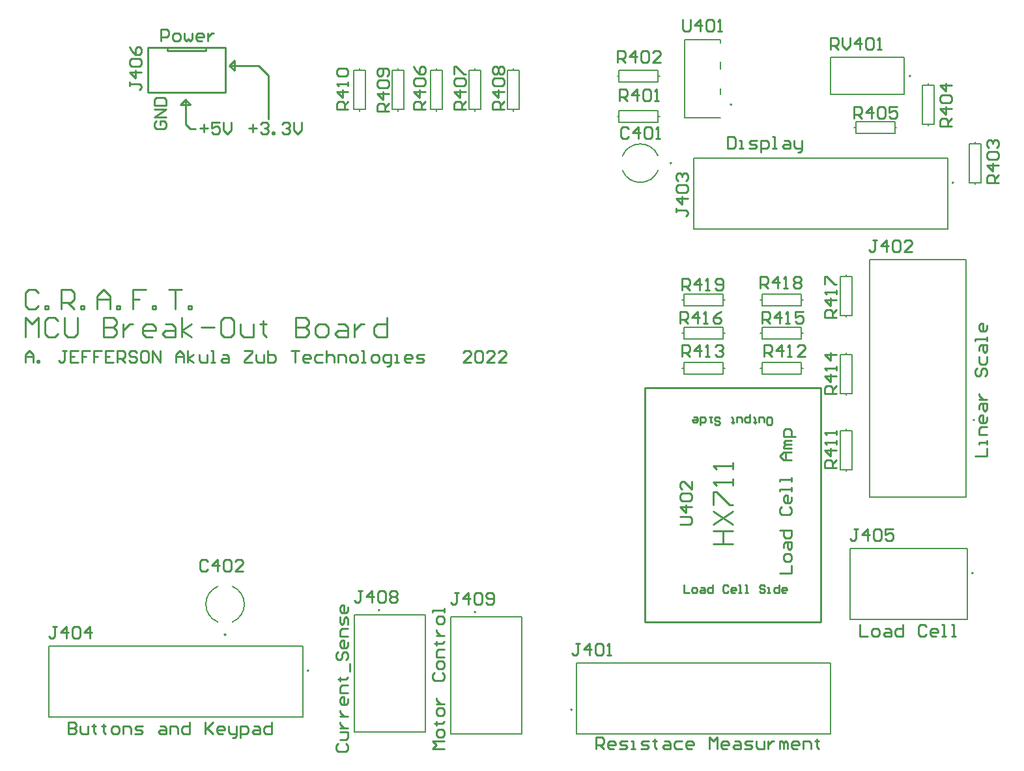
<source format=gto>
G04 Layer_Color=65535*
%FSLAX25Y25*%
%MOIN*%
G70*
G01*
G75*
%ADD11C,0.01000*%
%ADD33C,0.00787*%
%ADD34C,0.00500*%
D11*
X515000Y295000D02*
X605000D01*
X515000Y175000D02*
Y295000D01*
Y175000D02*
X605000D01*
Y295000D01*
X277500Y440000D02*
X280000Y442500D01*
X277500Y440000D02*
X282500D01*
X280000Y442500D02*
X282500Y440000D01*
X305000Y457500D02*
Y462500D01*
X302500Y460000D02*
X305000Y457500D01*
X302500Y460000D02*
X305000Y462500D01*
X302500Y460000D02*
X317500D01*
X322500Y455000D01*
Y432500D02*
Y455000D01*
X280000Y435000D02*
Y442500D01*
Y432500D02*
Y435000D01*
Y430000D02*
Y432500D01*
Y430000D02*
X282500Y427500D01*
X285000D01*
X270669Y467520D02*
Y469095D01*
Y467520D02*
X290354D01*
Y469095D01*
X260827Y446260D02*
Y469095D01*
Y446260D02*
X300197D01*
Y469095D01*
X260827D02*
X300197D01*
X358002Y112499D02*
X357002Y111499D01*
Y109500D01*
X358002Y108500D01*
X362001D01*
X363000Y109500D01*
Y111499D01*
X362001Y112499D01*
X359002Y114498D02*
X362001D01*
X363000Y115498D01*
Y118497D01*
X359002D01*
Y120496D02*
X363000D01*
X361001D01*
X360001Y121496D01*
X359002Y122495D01*
Y123495D01*
Y126494D02*
X363000D01*
X361001D01*
X360001Y127494D01*
X359002Y128493D01*
Y129493D01*
X363000Y135491D02*
Y133492D01*
X362001Y132492D01*
X360001D01*
X359002Y133492D01*
Y135491D01*
X360001Y136491D01*
X361001D01*
Y132492D01*
X363000Y138490D02*
X359002D01*
Y141489D01*
X360001Y142489D01*
X363000D01*
X358002Y145488D02*
X359002D01*
Y144488D01*
Y146488D01*
Y145488D01*
X362001D01*
X363000Y146488D01*
X364000Y149487D02*
Y153485D01*
X358002Y159484D02*
X357002Y158484D01*
Y156484D01*
X358002Y155485D01*
X359002D01*
X360001Y156484D01*
Y158484D01*
X361001Y159484D01*
X362001D01*
X363000Y158484D01*
Y156484D01*
X362001Y155485D01*
X363000Y164482D02*
Y162483D01*
X362001Y161483D01*
X360001D01*
X359002Y162483D01*
Y164482D01*
X360001Y165482D01*
X361001D01*
Y161483D01*
X363000Y167481D02*
X359002D01*
Y170480D01*
X360001Y171480D01*
X363000D01*
Y173479D02*
Y176478D01*
X362001Y177478D01*
X361001Y176478D01*
Y174479D01*
X360001Y173479D01*
X359002Y174479D01*
Y177478D01*
X363000Y182476D02*
Y180477D01*
X362001Y179477D01*
X360001D01*
X359002Y180477D01*
Y182476D01*
X360001Y183476D01*
X361001D01*
Y179477D01*
X204664Y343727D02*
X202998Y345393D01*
X199666D01*
X198000Y343727D01*
Y337062D01*
X199666Y335396D01*
X202998D01*
X204664Y337062D01*
X207997Y335396D02*
Y337062D01*
X209663D01*
Y335396D01*
X207997D01*
X216327D02*
Y345393D01*
X221326D01*
X222992Y343727D01*
Y340394D01*
X221326Y338728D01*
X216327D01*
X219660D02*
X222992Y335396D01*
X226324D02*
Y337062D01*
X227990D01*
Y335396D01*
X226324D01*
X234655D02*
Y342061D01*
X237987Y345393D01*
X241319Y342061D01*
Y335396D01*
Y340394D01*
X234655D01*
X244652Y335396D02*
Y337062D01*
X246318D01*
Y335396D01*
X244652D01*
X259647Y345393D02*
X252982D01*
Y340394D01*
X256314D01*
X252982D01*
Y335396D01*
X262979D02*
Y337062D01*
X264645D01*
Y335396D01*
X262979D01*
X271310Y345393D02*
X277974D01*
X274642D01*
Y335396D01*
X281306D02*
Y337062D01*
X282973D01*
Y335396D01*
X281306D01*
X198000Y321000D02*
Y330997D01*
X201332Y327664D01*
X204664Y330997D01*
Y321000D01*
X214661Y329331D02*
X212995Y330997D01*
X209663D01*
X207997Y329331D01*
Y322666D01*
X209663Y321000D01*
X212995D01*
X214661Y322666D01*
X217993Y330997D02*
Y322666D01*
X219660Y321000D01*
X222992D01*
X224658Y322666D01*
Y330997D01*
X237987D02*
Y321000D01*
X242986D01*
X244652Y322666D01*
Y324332D01*
X242986Y325998D01*
X237987D01*
X242986D01*
X244652Y327664D01*
Y329331D01*
X242986Y330997D01*
X237987D01*
X247984Y327664D02*
Y321000D01*
Y324332D01*
X249650Y325998D01*
X251316Y327664D01*
X252982D01*
X262979Y321000D02*
X259647D01*
X257981Y322666D01*
Y325998D01*
X259647Y327664D01*
X262979D01*
X264645Y325998D01*
Y324332D01*
X257981D01*
X269643Y327664D02*
X272976D01*
X274642Y325998D01*
Y321000D01*
X269643D01*
X267977Y322666D01*
X269643Y324332D01*
X274642D01*
X277974Y321000D02*
Y330997D01*
Y324332D02*
X282973Y327664D01*
X277974Y324332D02*
X282973Y321000D01*
X287971Y325998D02*
X294635D01*
X302966Y330997D02*
X299634D01*
X297968Y329331D01*
Y322666D01*
X299634Y321000D01*
X302966D01*
X304632Y322666D01*
Y329331D01*
X302966Y330997D01*
X307964Y327664D02*
Y322666D01*
X309631Y321000D01*
X314629D01*
Y327664D01*
X319627Y329331D02*
Y327664D01*
X317961D01*
X321293D01*
X319627D01*
Y322666D01*
X321293Y321000D01*
X336289Y330997D02*
Y321000D01*
X341287D01*
X342953Y322666D01*
Y324332D01*
X341287Y325998D01*
X336289D01*
X341287D01*
X342953Y327664D01*
Y329331D01*
X341287Y330997D01*
X336289D01*
X347952Y321000D02*
X351284D01*
X352950Y322666D01*
Y325998D01*
X351284Y327664D01*
X347952D01*
X346285Y325998D01*
Y322666D01*
X347952Y321000D01*
X357948Y327664D02*
X361281D01*
X362947Y325998D01*
Y321000D01*
X357948D01*
X356282Y322666D01*
X357948Y324332D01*
X362947D01*
X366279Y327664D02*
Y321000D01*
Y324332D01*
X367945Y325998D01*
X369611Y327664D01*
X371277D01*
X382940Y330997D02*
Y321000D01*
X377942D01*
X376276Y322666D01*
Y325998D01*
X377942Y327664D01*
X382940D01*
X534200Y483698D02*
Y478700D01*
X535200Y477700D01*
X537199D01*
X538199Y478700D01*
Y483698D01*
X543197Y477700D02*
Y483698D01*
X540198Y480699D01*
X544197D01*
X546196Y482698D02*
X547196Y483698D01*
X549195D01*
X550195Y482698D01*
Y478700D01*
X549195Y477700D01*
X547196D01*
X546196Y478700D01*
Y482698D01*
X552194Y477700D02*
X554193D01*
X553194D01*
Y483698D01*
X552194Y482698D01*
X610100Y468300D02*
Y474298D01*
X613099D01*
X614099Y473298D01*
Y471299D01*
X613099Y470299D01*
X610100D01*
X612099D02*
X614099Y468300D01*
X616098Y474298D02*
Y470299D01*
X618097Y468300D01*
X620097Y470299D01*
Y474298D01*
X625095Y468300D02*
Y474298D01*
X622096Y471299D01*
X626095D01*
X628094Y473298D02*
X629094Y474298D01*
X631093D01*
X632093Y473298D01*
Y469300D01*
X631093Y468300D01*
X629094D01*
X628094Y469300D01*
Y473298D01*
X634092Y468300D02*
X636092D01*
X635092D01*
Y474298D01*
X634092Y473298D01*
X363189Y437756D02*
X357191D01*
Y440755D01*
X358191Y441755D01*
X360190D01*
X361190Y440755D01*
Y437756D01*
Y439755D02*
X363189Y441755D01*
Y446753D02*
X357191D01*
X360190Y443754D01*
Y447753D01*
X363189Y449752D02*
Y451751D01*
Y450752D01*
X357191D01*
X358191Y449752D01*
Y454750D02*
X357191Y455750D01*
Y457749D01*
X358191Y458749D01*
X362189D01*
X363189Y457749D01*
Y455750D01*
X362189Y454750D01*
X358191D01*
X383858Y436535D02*
X377860D01*
Y439535D01*
X378860Y440534D01*
X380859D01*
X381859Y439535D01*
Y436535D01*
Y438535D02*
X383858Y440534D01*
Y445533D02*
X377860D01*
X380859Y442533D01*
Y446532D01*
X378860Y448532D02*
X377860Y449531D01*
Y451531D01*
X378860Y452530D01*
X382859D01*
X383858Y451531D01*
Y449531D01*
X382859Y448532D01*
X378860D01*
X382859Y454530D02*
X383858Y455529D01*
Y457529D01*
X382859Y458528D01*
X378860D01*
X377860Y457529D01*
Y455529D01*
X378860Y454530D01*
X379860D01*
X380859Y455529D01*
Y458528D01*
X442913Y437520D02*
X436915D01*
Y440519D01*
X437915Y441518D01*
X439914D01*
X440914Y440519D01*
Y437520D01*
Y439519D02*
X442913Y441518D01*
Y446517D02*
X436915D01*
X439914Y443518D01*
Y447516D01*
X437915Y449516D02*
X436915Y450516D01*
Y452515D01*
X437915Y453514D01*
X441914D01*
X442913Y452515D01*
Y450516D01*
X441914Y449516D01*
X437915D01*
Y455514D02*
X436915Y456514D01*
Y458513D01*
X437915Y459513D01*
X438915D01*
X439914Y458513D01*
X440914Y459513D01*
X441914D01*
X442913Y458513D01*
Y456514D01*
X441914Y455514D01*
X440914D01*
X439914Y456514D01*
X438915Y455514D01*
X437915D01*
X439914Y456514D02*
Y458513D01*
X423228Y437756D02*
X417230D01*
Y440755D01*
X418230Y441755D01*
X420229D01*
X421229Y440755D01*
Y437756D01*
Y439755D02*
X423228Y441755D01*
Y446753D02*
X417230D01*
X420229Y443754D01*
Y447753D01*
X418230Y449752D02*
X417230Y450752D01*
Y452751D01*
X418230Y453751D01*
X422229D01*
X423228Y452751D01*
Y450752D01*
X422229Y449752D01*
X418230D01*
X417230Y455750D02*
Y459749D01*
X418230D01*
X422229Y455750D01*
X423228D01*
X402559Y437520D02*
X396561D01*
Y440519D01*
X397561Y441518D01*
X399560D01*
X400560Y440519D01*
Y437520D01*
Y439519D02*
X402559Y441518D01*
Y446517D02*
X396561D01*
X399560Y443518D01*
Y447516D01*
X397561Y449516D02*
X396561Y450516D01*
Y452515D01*
X397561Y453514D01*
X401559D01*
X402559Y452515D01*
Y450516D01*
X401559Y449516D01*
X397561D01*
X396561Y459513D02*
X397561Y457513D01*
X399560Y455514D01*
X401559D01*
X402559Y456514D01*
Y458513D01*
X401559Y459513D01*
X400560D01*
X399560Y458513D01*
Y455514D01*
X622000Y433000D02*
Y438998D01*
X624999D01*
X625999Y437998D01*
Y435999D01*
X624999Y434999D01*
X622000D01*
X623999D02*
X625999Y433000D01*
X630997D02*
Y438998D01*
X627998Y435999D01*
X631997D01*
X633996Y437998D02*
X634996Y438998D01*
X636995D01*
X637995Y437998D01*
Y434000D01*
X636995Y433000D01*
X634996D01*
X633996Y434000D01*
Y437998D01*
X643993Y438998D02*
X639994D01*
Y435999D01*
X641994Y436999D01*
X642993D01*
X643993Y435999D01*
Y434000D01*
X642993Y433000D01*
X640994D01*
X639994Y434000D01*
X672000Y429000D02*
X666002D01*
Y431999D01*
X667002Y432999D01*
X669001D01*
X670001Y431999D01*
Y429000D01*
Y430999D02*
X672000Y432999D01*
Y437997D02*
X666002D01*
X669001Y434998D01*
Y438997D01*
X667002Y440996D02*
X666002Y441996D01*
Y443995D01*
X667002Y444995D01*
X671000D01*
X672000Y443995D01*
Y441996D01*
X671000Y440996D01*
X667002D01*
X672000Y449993D02*
X666002D01*
X669001Y446994D01*
Y450993D01*
X696000Y400000D02*
X690002D01*
Y402999D01*
X691002Y403999D01*
X693001D01*
X694001Y402999D01*
Y400000D01*
Y401999D02*
X696000Y403999D01*
Y408997D02*
X690002D01*
X693001Y405998D01*
Y409997D01*
X691002Y411996D02*
X690002Y412996D01*
Y414995D01*
X691002Y415995D01*
X695000D01*
X696000Y414995D01*
Y412996D01*
X695000Y411996D01*
X691002D01*
Y417994D02*
X690002Y418994D01*
Y420993D01*
X691002Y421993D01*
X692001D01*
X693001Y420993D01*
Y419993D01*
Y420993D01*
X694001Y421993D01*
X695000D01*
X696000Y420993D01*
Y418994D01*
X695000Y417994D01*
X500984Y461614D02*
Y467612D01*
X503983D01*
X504983Y466613D01*
Y464613D01*
X503983Y463614D01*
X500984D01*
X502984D02*
X504983Y461614D01*
X509981D02*
Y467612D01*
X506982Y464613D01*
X510981D01*
X512980Y466613D02*
X513980Y467612D01*
X515979D01*
X516979Y466613D01*
Y462614D01*
X515979Y461614D01*
X513980D01*
X512980Y462614D01*
Y466613D01*
X522977Y461614D02*
X518978D01*
X522977Y465613D01*
Y466613D01*
X521978Y467612D01*
X519978D01*
X518978Y466613D01*
X501968Y441929D02*
Y447927D01*
X504967D01*
X505967Y446927D01*
Y444928D01*
X504967Y443928D01*
X501968D01*
X503968D02*
X505967Y441929D01*
X510966D02*
Y447927D01*
X507967Y444928D01*
X511965D01*
X513965Y446927D02*
X514964Y447927D01*
X516964D01*
X517963Y446927D01*
Y442929D01*
X516964Y441929D01*
X514964D01*
X513965Y442929D01*
Y446927D01*
X519963Y441929D02*
X521962D01*
X520962D01*
Y447927D01*
X519963Y446927D01*
X291472Y205820D02*
X290472Y206819D01*
X288473D01*
X287473Y205820D01*
Y201821D01*
X288473Y200821D01*
X290472D01*
X291472Y201821D01*
X296470Y200821D02*
Y206819D01*
X293471Y203820D01*
X297470D01*
X299469Y205820D02*
X300469Y206819D01*
X302468D01*
X303468Y205820D01*
Y201821D01*
X302468Y200821D01*
X300469D01*
X299469Y201821D01*
Y205820D01*
X309466Y200821D02*
X305467D01*
X309466Y204820D01*
Y205820D01*
X308466Y206819D01*
X306467D01*
X305467Y205820D01*
X506656Y427498D02*
X505656Y428498D01*
X503657D01*
X502658Y427498D01*
Y423500D01*
X503657Y422500D01*
X505656D01*
X506656Y423500D01*
X511655Y422500D02*
Y428498D01*
X508656Y425499D01*
X512654D01*
X514654Y427498D02*
X515653Y428498D01*
X517653D01*
X518652Y427498D01*
Y423500D01*
X517653Y422500D01*
X515653D01*
X514654Y423500D01*
Y427498D01*
X520652Y422500D02*
X522651D01*
X521651D01*
Y428498D01*
X520652Y427498D01*
X419599Y189798D02*
X417599D01*
X418599D01*
Y184800D01*
X417599Y183800D01*
X416600D01*
X415600Y184800D01*
X424597Y183800D02*
Y189798D01*
X421598Y186799D01*
X425597D01*
X427596Y188798D02*
X428596Y189798D01*
X430595D01*
X431595Y188798D01*
Y184800D01*
X430595Y183800D01*
X428596D01*
X427596Y184800D01*
Y188798D01*
X433594Y184800D02*
X434594Y183800D01*
X436593D01*
X437593Y184800D01*
Y188798D01*
X436593Y189798D01*
X434594D01*
X433594Y188798D01*
Y187799D01*
X434594Y186799D01*
X437593D01*
X370399Y190798D02*
X368399D01*
X369399D01*
Y185800D01*
X368399Y184800D01*
X367400D01*
X366400Y185800D01*
X375397Y184800D02*
Y190798D01*
X372398Y187799D01*
X376397D01*
X378396Y189798D02*
X379396Y190798D01*
X381395D01*
X382395Y189798D01*
Y185800D01*
X381395Y184800D01*
X379396D01*
X378396Y185800D01*
Y189798D01*
X384394D02*
X385394Y190798D01*
X387393D01*
X388393Y189798D01*
Y188799D01*
X387393Y187799D01*
X388393Y186799D01*
Y185800D01*
X387393Y184800D01*
X385394D01*
X384394Y185800D01*
Y186799D01*
X385394Y187799D01*
X384394Y188799D01*
Y189798D01*
X385394Y187799D02*
X387393D01*
X251502Y451499D02*
Y449499D01*
Y450499D01*
X256500D01*
X257500Y449499D01*
Y448500D01*
X256500Y447500D01*
X257500Y456497D02*
X251502D01*
X254501Y453498D01*
Y457497D01*
X252502Y459496D02*
X251502Y460496D01*
Y462495D01*
X252502Y463495D01*
X256500D01*
X257500Y462495D01*
Y460496D01*
X256500Y459496D01*
X252502D01*
X251502Y469493D02*
X252502Y467493D01*
X254501Y465494D01*
X256500D01*
X257500Y466494D01*
Y468493D01*
X256500Y469493D01*
X255501D01*
X254501Y468493D01*
Y465494D01*
X623899Y222598D02*
X621899D01*
X622899D01*
Y217600D01*
X621899Y216600D01*
X620900D01*
X619900Y217600D01*
X628897Y216600D02*
Y222598D01*
X625898Y219599D01*
X629897D01*
X631896Y221598D02*
X632896Y222598D01*
X634895D01*
X635895Y221598D01*
Y217600D01*
X634895Y216600D01*
X632896D01*
X631896Y217600D01*
Y221598D01*
X641893Y222598D02*
X637894D01*
Y219599D01*
X639893Y220599D01*
X640893D01*
X641893Y219599D01*
Y217600D01*
X640893Y216600D01*
X638894D01*
X637894Y217600D01*
X213899Y172598D02*
X211899D01*
X212899D01*
Y167600D01*
X211899Y166600D01*
X210900D01*
X209900Y167600D01*
X218897Y166600D02*
Y172598D01*
X215898Y169599D01*
X219897D01*
X221896Y171598D02*
X222896Y172598D01*
X224895D01*
X225895Y171598D01*
Y167600D01*
X224895Y166600D01*
X222896D01*
X221896Y167600D01*
Y171598D01*
X230893Y166600D02*
Y172598D01*
X227894Y169599D01*
X231893D01*
X531002Y386999D02*
Y384999D01*
Y385999D01*
X536000D01*
X537000Y384999D01*
Y384000D01*
X536000Y383000D01*
X537000Y391997D02*
X531002D01*
X534001Y388998D01*
Y392997D01*
X532002Y394996D02*
X531002Y395996D01*
Y397995D01*
X532002Y398995D01*
X536000D01*
X537000Y397995D01*
Y395996D01*
X536000Y394996D01*
X532002D01*
Y400994D02*
X531002Y401994D01*
Y403993D01*
X532002Y404993D01*
X533001D01*
X534001Y403993D01*
Y402993D01*
Y403993D01*
X535001Y404993D01*
X536000D01*
X537000Y403993D01*
Y401994D01*
X536000Y400994D01*
X633799Y370698D02*
X631799D01*
X632799D01*
Y365700D01*
X631799Y364700D01*
X630800D01*
X629800Y365700D01*
X638797Y364700D02*
Y370698D01*
X635798Y367699D01*
X639797D01*
X641796Y369698D02*
X642796Y370698D01*
X644795D01*
X645795Y369698D01*
Y365700D01*
X644795Y364700D01*
X642796D01*
X641796Y365700D01*
Y369698D01*
X651793Y364700D02*
X647794D01*
X651793Y368699D01*
Y369698D01*
X650793Y370698D01*
X648794D01*
X647794Y369698D01*
X481699Y163898D02*
X479699D01*
X480699D01*
Y158900D01*
X479699Y157900D01*
X478700D01*
X477700Y158900D01*
X486697Y157900D02*
Y163898D01*
X483698Y160899D01*
X487697D01*
X489696Y162898D02*
X490696Y163898D01*
X492695D01*
X493695Y162898D01*
Y158900D01*
X492695Y157900D01*
X490696D01*
X489696Y158900D01*
Y162898D01*
X495694Y157900D02*
X497693D01*
X496694D01*
Y163898D01*
X495694Y162898D01*
X533002Y225000D02*
X538000D01*
X539000Y226000D01*
Y227999D01*
X538000Y228999D01*
X533002D01*
X539000Y233997D02*
X533002D01*
X536001Y230998D01*
Y234997D01*
X534002Y236996D02*
X533002Y237996D01*
Y239995D01*
X534002Y240995D01*
X538000D01*
X539000Y239995D01*
Y237996D01*
X538000Y236996D01*
X534002D01*
X539000Y246993D02*
Y242994D01*
X535001Y246993D01*
X534002D01*
X533002Y245993D01*
Y243994D01*
X534002Y242994D01*
X613000Y254000D02*
X607002D01*
Y256999D01*
X608002Y257999D01*
X610001D01*
X611001Y256999D01*
Y254000D01*
Y255999D02*
X613000Y257999D01*
Y262997D02*
X607002D01*
X610001Y259998D01*
Y263997D01*
X613000Y265996D02*
Y267996D01*
Y266996D01*
X607002D01*
X608002Y265996D01*
X613000Y270994D02*
Y272994D01*
Y271994D01*
X607002D01*
X608002Y270994D01*
X576000Y311000D02*
Y316998D01*
X578999D01*
X579999Y315998D01*
Y313999D01*
X578999Y312999D01*
X576000D01*
X577999D02*
X579999Y311000D01*
X584997D02*
Y316998D01*
X581998Y313999D01*
X585997D01*
X587996Y311000D02*
X589995D01*
X588996D01*
Y316998D01*
X587996Y315998D01*
X596993Y311000D02*
X592994D01*
X596993Y314999D01*
Y315998D01*
X595994Y316998D01*
X593994D01*
X592994Y315998D01*
X534000Y311000D02*
Y316998D01*
X536999D01*
X537999Y315998D01*
Y313999D01*
X536999Y312999D01*
X534000D01*
X535999D02*
X537999Y311000D01*
X542997D02*
Y316998D01*
X539998Y313999D01*
X543997D01*
X545996Y311000D02*
X547996D01*
X546996D01*
Y316998D01*
X545996Y315998D01*
X550994D02*
X551994Y316998D01*
X553994D01*
X554993Y315998D01*
Y314999D01*
X553994Y313999D01*
X552994D01*
X553994D01*
X554993Y312999D01*
Y312000D01*
X553994Y311000D01*
X551994D01*
X550994Y312000D01*
X613000Y292000D02*
X607002D01*
Y294999D01*
X608002Y295999D01*
X610001D01*
X611001Y294999D01*
Y292000D01*
Y293999D02*
X613000Y295999D01*
Y300997D02*
X607002D01*
X610001Y297998D01*
Y301997D01*
X613000Y303996D02*
Y305995D01*
Y304996D01*
X607002D01*
X608002Y303996D01*
X613000Y311994D02*
X607002D01*
X610001Y308995D01*
Y312993D01*
X575000Y328000D02*
Y333998D01*
X577999D01*
X578999Y332998D01*
Y330999D01*
X577999Y329999D01*
X575000D01*
X576999D02*
X578999Y328000D01*
X583997D02*
Y333998D01*
X580998Y330999D01*
X584997D01*
X586996Y328000D02*
X588996D01*
X587996D01*
Y333998D01*
X586996Y332998D01*
X595993Y333998D02*
X591994D01*
Y330999D01*
X593994Y331999D01*
X594993D01*
X595993Y330999D01*
Y329000D01*
X594993Y328000D01*
X592994D01*
X591994Y329000D01*
X533000Y328000D02*
Y333998D01*
X535999D01*
X536999Y332998D01*
Y330999D01*
X535999Y329999D01*
X533000D01*
X534999D02*
X536999Y328000D01*
X541997D02*
Y333998D01*
X538998Y330999D01*
X542997D01*
X544996Y328000D02*
X546995D01*
X545996D01*
Y333998D01*
X544996Y332998D01*
X553993Y333998D02*
X551994Y332998D01*
X549995Y330999D01*
Y329000D01*
X550994Y328000D01*
X552993D01*
X553993Y329000D01*
Y329999D01*
X552993Y330999D01*
X549995D01*
X613000Y331000D02*
X607002D01*
Y333999D01*
X608002Y334999D01*
X610001D01*
X611001Y333999D01*
Y331000D01*
Y332999D02*
X613000Y334999D01*
Y339997D02*
X607002D01*
X610001Y336998D01*
Y340997D01*
X613000Y342996D02*
Y344995D01*
Y343996D01*
X607002D01*
X608002Y342996D01*
X607002Y347994D02*
Y351993D01*
X608002D01*
X612000Y347994D01*
X613000D01*
X574000Y346000D02*
Y351998D01*
X576999D01*
X577999Y350998D01*
Y348999D01*
X576999Y347999D01*
X574000D01*
X575999D02*
X577999Y346000D01*
X582997D02*
Y351998D01*
X579998Y348999D01*
X583997D01*
X585996Y346000D02*
X587995D01*
X586996D01*
Y351998D01*
X585996Y350998D01*
X590995D02*
X591994Y351998D01*
X593994D01*
X594993Y350998D01*
Y349999D01*
X593994Y348999D01*
X594993Y347999D01*
Y347000D01*
X593994Y346000D01*
X591994D01*
X590995Y347000D01*
Y347999D01*
X591994Y348999D01*
X590995Y349999D01*
Y350998D01*
X591994Y348999D02*
X593994D01*
X534000Y345000D02*
Y350998D01*
X536999D01*
X537999Y349998D01*
Y347999D01*
X536999Y346999D01*
X534000D01*
X535999D02*
X537999Y345000D01*
X542997D02*
Y350998D01*
X539998Y347999D01*
X543997D01*
X545996Y345000D02*
X547996D01*
X546996D01*
Y350998D01*
X545996Y349998D01*
X550994Y346000D02*
X551994Y345000D01*
X553994D01*
X554993Y346000D01*
Y349998D01*
X553994Y350998D01*
X551994D01*
X550994Y349998D01*
Y348999D01*
X551994Y347999D01*
X554993D01*
X267500Y472500D02*
Y478498D01*
X270499D01*
X271499Y477498D01*
Y475499D01*
X270499Y474499D01*
X267500D01*
X274498Y472500D02*
X276497D01*
X277497Y473500D01*
Y475499D01*
X276497Y476499D01*
X274498D01*
X273498Y475499D01*
Y473500D01*
X274498Y472500D01*
X279496Y476499D02*
Y473500D01*
X280496Y472500D01*
X281495Y473500D01*
X282495Y472500D01*
X283495Y473500D01*
Y476499D01*
X288493Y472500D02*
X286494D01*
X285494Y473500D01*
Y475499D01*
X286494Y476499D01*
X288493D01*
X289493Y475499D01*
Y474499D01*
X285494D01*
X291492Y476499D02*
Y472500D01*
Y474499D01*
X292492Y475499D01*
X293492Y476499D01*
X294491D01*
X412500Y110000D02*
X406502D01*
X408501Y111999D01*
X406502Y113999D01*
X412500D01*
Y116998D02*
Y118997D01*
X411500Y119997D01*
X409501D01*
X408501Y118997D01*
Y116998D01*
X409501Y115998D01*
X411500D01*
X412500Y116998D01*
X407502Y122996D02*
X408501D01*
Y121996D01*
Y123995D01*
Y122996D01*
X411500D01*
X412500Y123995D01*
Y127994D02*
Y129993D01*
X411500Y130993D01*
X409501D01*
X408501Y129993D01*
Y127994D01*
X409501Y126995D01*
X411500D01*
X412500Y127994D01*
X408501Y132993D02*
X412500D01*
X410501D01*
X409501Y133992D01*
X408501Y134992D01*
Y135992D01*
X407502Y148987D02*
X406502Y147988D01*
Y145988D01*
X407502Y144989D01*
X411500D01*
X412500Y145988D01*
Y147988D01*
X411500Y148987D01*
X412500Y151986D02*
Y153986D01*
X411500Y154985D01*
X409501D01*
X408501Y153986D01*
Y151986D01*
X409501Y150987D01*
X411500D01*
X412500Y151986D01*
Y156985D02*
X408501D01*
Y159984D01*
X409501Y160984D01*
X412500D01*
X407502Y163982D02*
X408501D01*
Y162983D01*
Y164982D01*
Y163982D01*
X411500D01*
X412500Y164982D01*
X408501Y167981D02*
X412500D01*
X410501D01*
X409501Y168981D01*
X408501Y169981D01*
Y170980D01*
X412500Y174979D02*
Y176978D01*
X411500Y177978D01*
X409501D01*
X408501Y176978D01*
Y174979D01*
X409501Y173979D01*
X411500D01*
X412500Y174979D01*
Y179977D02*
Y181977D01*
Y180977D01*
X406502D01*
Y179977D01*
X625000Y173498D02*
Y167500D01*
X628999D01*
X631998D02*
X633997D01*
X634997Y168500D01*
Y170499D01*
X633997Y171499D01*
X631998D01*
X630998Y170499D01*
Y168500D01*
X631998Y167500D01*
X637996Y171499D02*
X639995D01*
X640995Y170499D01*
Y167500D01*
X637996D01*
X636996Y168500D01*
X637996Y169499D01*
X640995D01*
X646993Y173498D02*
Y167500D01*
X643994D01*
X642994Y168500D01*
Y170499D01*
X643994Y171499D01*
X646993D01*
X658989Y172498D02*
X657989Y173498D01*
X655990D01*
X654990Y172498D01*
Y168500D01*
X655990Y167500D01*
X657989D01*
X658989Y168500D01*
X663987Y167500D02*
X661988D01*
X660988Y168500D01*
Y170499D01*
X661988Y171499D01*
X663987D01*
X664987Y170499D01*
Y169499D01*
X660988D01*
X666986Y167500D02*
X668986D01*
X667986D01*
Y173498D01*
X666986D01*
X671985Y167500D02*
X673984D01*
X672985D01*
Y173498D01*
X671985D01*
X557500Y423498D02*
Y417500D01*
X560499D01*
X561499Y418500D01*
Y422498D01*
X560499Y423498D01*
X557500D01*
X563498Y417500D02*
X565497D01*
X564498D01*
Y421499D01*
X563498D01*
X568496Y417500D02*
X571495D01*
X572495Y418500D01*
X571495Y419499D01*
X569496D01*
X568496Y420499D01*
X569496Y421499D01*
X572495D01*
X574495Y415501D02*
Y421499D01*
X577493D01*
X578493Y420499D01*
Y418500D01*
X577493Y417500D01*
X574495D01*
X580493D02*
X582492D01*
X581492D01*
Y423498D01*
X580493D01*
X586491Y421499D02*
X588490D01*
X589490Y420499D01*
Y417500D01*
X586491D01*
X585491Y418500D01*
X586491Y419499D01*
X589490D01*
X591489Y421499D02*
Y418500D01*
X592489Y417500D01*
X595488D01*
Y416500D01*
X594488Y415501D01*
X593488D01*
X595488Y417500D02*
Y421499D01*
X684002Y260000D02*
X690000D01*
Y263999D01*
Y265998D02*
Y267997D01*
Y266998D01*
X686001D01*
Y265998D01*
X690000Y270996D02*
X686001D01*
Y273995D01*
X687001Y274995D01*
X690000D01*
Y279994D02*
Y277994D01*
X689000Y276994D01*
X687001D01*
X686001Y277994D01*
Y279994D01*
X687001Y280993D01*
X688001D01*
Y276994D01*
X686001Y283992D02*
Y285992D01*
X687001Y286991D01*
X690000D01*
Y283992D01*
X689000Y282993D01*
X688001Y283992D01*
Y286991D01*
X686001Y288991D02*
X690000D01*
X688001D01*
X687001Y289990D01*
X686001Y290990D01*
Y291990D01*
X685002Y304985D02*
X684002Y303986D01*
Y301986D01*
X685002Y300987D01*
X686001D01*
X687001Y301986D01*
Y303986D01*
X688001Y304985D01*
X689000D01*
X690000Y303986D01*
Y301986D01*
X689000Y300987D01*
X686001Y310983D02*
Y307984D01*
X687001Y306985D01*
X689000D01*
X690000Y307984D01*
Y310983D01*
X686001Y313983D02*
Y315982D01*
X687001Y316982D01*
X690000D01*
Y313983D01*
X689000Y312983D01*
X688001Y313983D01*
Y316982D01*
X690000Y318981D02*
Y320980D01*
Y319981D01*
X684002D01*
Y318981D01*
X690000Y326978D02*
Y324979D01*
X689000Y323979D01*
X687001D01*
X686001Y324979D01*
Y326978D01*
X687001Y327978D01*
X688001D01*
Y323979D01*
X490000Y110000D02*
Y115998D01*
X492999D01*
X493999Y114998D01*
Y112999D01*
X492999Y111999D01*
X490000D01*
X491999D02*
X493999Y110000D01*
X498997D02*
X496998D01*
X495998Y111000D01*
Y112999D01*
X496998Y113999D01*
X498997D01*
X499997Y112999D01*
Y111999D01*
X495998D01*
X501996Y110000D02*
X504995D01*
X505995Y111000D01*
X504995Y111999D01*
X502996D01*
X501996Y112999D01*
X502996Y113999D01*
X505995D01*
X507994Y110000D02*
X509994D01*
X508994D01*
Y113999D01*
X507994D01*
X512993Y110000D02*
X515992D01*
X516991Y111000D01*
X515992Y111999D01*
X513992D01*
X512993Y112999D01*
X513992Y113999D01*
X516991D01*
X519990Y114998D02*
Y113999D01*
X518991D01*
X520990D01*
X519990D01*
Y111000D01*
X520990Y110000D01*
X524989Y113999D02*
X526988D01*
X527988Y112999D01*
Y110000D01*
X524989D01*
X523989Y111000D01*
X524989Y111999D01*
X527988D01*
X533986Y113999D02*
X530987D01*
X529987Y112999D01*
Y111000D01*
X530987Y110000D01*
X533986D01*
X538984D02*
X536985D01*
X535985Y111000D01*
Y112999D01*
X536985Y113999D01*
X538984D01*
X539984Y112999D01*
Y111999D01*
X535985D01*
X547981Y110000D02*
Y115998D01*
X549981Y113999D01*
X551980Y115998D01*
Y110000D01*
X556978D02*
X554979D01*
X553979Y111000D01*
Y112999D01*
X554979Y113999D01*
X556978D01*
X557978Y112999D01*
Y111999D01*
X553979D01*
X560977Y113999D02*
X562976D01*
X563976Y112999D01*
Y110000D01*
X560977D01*
X559977Y111000D01*
X560977Y111999D01*
X563976D01*
X565975Y110000D02*
X568974D01*
X569974Y111000D01*
X568974Y111999D01*
X566975D01*
X565975Y112999D01*
X566975Y113999D01*
X569974D01*
X571974D02*
Y111000D01*
X572973Y110000D01*
X575972D01*
Y113999D01*
X577972D02*
Y110000D01*
Y111999D01*
X578971Y112999D01*
X579971Y113999D01*
X580971D01*
X583970Y110000D02*
Y113999D01*
X584969D01*
X585969Y112999D01*
Y110000D01*
Y112999D01*
X586969Y113999D01*
X587968Y112999D01*
Y110000D01*
X592967D02*
X590967D01*
X589968Y111000D01*
Y112999D01*
X590967Y113999D01*
X592967D01*
X593966Y112999D01*
Y111999D01*
X589968D01*
X595966Y110000D02*
Y113999D01*
X598965D01*
X599964Y112999D01*
Y110000D01*
X602963Y114998D02*
Y113999D01*
X601964D01*
X603963D01*
X602963D01*
Y111000D01*
X603963Y110000D01*
X220000Y123498D02*
Y117500D01*
X222999D01*
X223999Y118500D01*
Y119499D01*
X222999Y120499D01*
X220000D01*
X222999D01*
X223999Y121499D01*
Y122498D01*
X222999Y123498D01*
X220000D01*
X225998Y121499D02*
Y118500D01*
X226998Y117500D01*
X229997D01*
Y121499D01*
X232996Y122498D02*
Y121499D01*
X231996D01*
X233996D01*
X232996D01*
Y118500D01*
X233996Y117500D01*
X237994Y122498D02*
Y121499D01*
X236995D01*
X238994D01*
X237994D01*
Y118500D01*
X238994Y117500D01*
X242993D02*
X244992D01*
X245992Y118500D01*
Y120499D01*
X244992Y121499D01*
X242993D01*
X241993Y120499D01*
Y118500D01*
X242993Y117500D01*
X247991D02*
Y121499D01*
X250990D01*
X251990Y120499D01*
Y117500D01*
X253989D02*
X256988D01*
X257988Y118500D01*
X256988Y119499D01*
X254989D01*
X253989Y120499D01*
X254989Y121499D01*
X257988D01*
X266985D02*
X268984D01*
X269984Y120499D01*
Y117500D01*
X266985D01*
X265985Y118500D01*
X266985Y119499D01*
X269984D01*
X271983Y117500D02*
Y121499D01*
X274982D01*
X275982Y120499D01*
Y117500D01*
X281980Y123498D02*
Y117500D01*
X278981D01*
X277981Y118500D01*
Y120499D01*
X278981Y121499D01*
X281980D01*
X289977Y123498D02*
Y117500D01*
Y119499D01*
X293976Y123498D01*
X290977Y120499D01*
X293976Y117500D01*
X298974D02*
X296975D01*
X295975Y118500D01*
Y120499D01*
X296975Y121499D01*
X298974D01*
X299974Y120499D01*
Y119499D01*
X295975D01*
X301974Y121499D02*
Y118500D01*
X302973Y117500D01*
X305972D01*
Y116500D01*
X304973Y115501D01*
X303973D01*
X305972Y117500D02*
Y121499D01*
X307972Y115501D02*
Y121499D01*
X310971D01*
X311970Y120499D01*
Y118500D01*
X310971Y117500D01*
X307972D01*
X314969Y121499D02*
X316969D01*
X317968Y120499D01*
Y117500D01*
X314969D01*
X313970Y118500D01*
X314969Y119499D01*
X317968D01*
X323966Y123498D02*
Y117500D01*
X320967D01*
X319968Y118500D01*
Y120499D01*
X320967Y121499D01*
X323966D01*
X198000Y308000D02*
Y311999D01*
X199999Y313998D01*
X201999Y311999D01*
Y308000D01*
Y310999D01*
X198000D01*
X203998Y308000D02*
Y309000D01*
X204998D01*
Y308000D01*
X203998D01*
X218993Y313998D02*
X216994D01*
X217993D01*
Y309000D01*
X216994Y308000D01*
X215994D01*
X214995Y309000D01*
X224991Y313998D02*
X220993D01*
Y308000D01*
X224991D01*
X220993Y310999D02*
X222992D01*
X230989Y313998D02*
X226991D01*
Y310999D01*
X228990D01*
X226991D01*
Y308000D01*
X236987Y313998D02*
X232989D01*
Y310999D01*
X234988D01*
X232989D01*
Y308000D01*
X242985Y313998D02*
X238987D01*
Y308000D01*
X242985D01*
X238987Y310999D02*
X240986D01*
X244985Y308000D02*
Y313998D01*
X247984D01*
X248984Y312998D01*
Y310999D01*
X247984Y309999D01*
X244985D01*
X246984D02*
X248984Y308000D01*
X254982Y312998D02*
X253982Y313998D01*
X251982D01*
X250983Y312998D01*
Y311999D01*
X251982Y310999D01*
X253982D01*
X254982Y309999D01*
Y309000D01*
X253982Y308000D01*
X251982D01*
X250983Y309000D01*
X259980Y313998D02*
X257981D01*
X256981Y312998D01*
Y309000D01*
X257981Y308000D01*
X259980D01*
X260980Y309000D01*
Y312998D01*
X259980Y313998D01*
X262979Y308000D02*
Y313998D01*
X266978Y308000D01*
Y313998D01*
X274975Y308000D02*
Y311999D01*
X276974Y313998D01*
X278974Y311999D01*
Y308000D01*
Y310999D01*
X274975D01*
X280973Y308000D02*
Y313998D01*
Y309999D02*
X283972Y311999D01*
X280973Y309999D02*
X283972Y308000D01*
X286971Y311999D02*
Y309000D01*
X287971Y308000D01*
X290970D01*
Y311999D01*
X292969Y308000D02*
X294969D01*
X293969D01*
Y313998D01*
X292969D01*
X298967Y311999D02*
X300967D01*
X301966Y310999D01*
Y308000D01*
X298967D01*
X297968Y309000D01*
X298967Y309999D01*
X301966D01*
X309964Y313998D02*
X313963D01*
Y312998D01*
X309964Y309000D01*
Y308000D01*
X313963D01*
X315962Y311999D02*
Y309000D01*
X316962Y308000D01*
X319961D01*
Y311999D01*
X321960Y313998D02*
Y308000D01*
X324959D01*
X325959Y309000D01*
Y309999D01*
Y310999D01*
X324959Y311999D01*
X321960D01*
X333956Y313998D02*
X337955D01*
X335955D01*
Y308000D01*
X342953D02*
X340954D01*
X339954Y309000D01*
Y310999D01*
X340954Y311999D01*
X342953D01*
X343953Y310999D01*
Y309999D01*
X339954D01*
X349951Y311999D02*
X346952D01*
X345952Y310999D01*
Y309000D01*
X346952Y308000D01*
X349951D01*
X351950Y313998D02*
Y308000D01*
Y310999D01*
X352950Y311999D01*
X354949D01*
X355949Y310999D01*
Y308000D01*
X357948D02*
Y311999D01*
X360947D01*
X361947Y310999D01*
Y308000D01*
X364946D02*
X366945D01*
X367945Y309000D01*
Y310999D01*
X366945Y311999D01*
X364946D01*
X363946Y310999D01*
Y309000D01*
X364946Y308000D01*
X369944D02*
X371944D01*
X370944D01*
Y313998D01*
X369944D01*
X375942Y308000D02*
X377942D01*
X378941Y309000D01*
Y310999D01*
X377942Y311999D01*
X375942D01*
X374943Y310999D01*
Y309000D01*
X375942Y308000D01*
X382940Y306001D02*
X383940D01*
X384940Y307000D01*
Y311999D01*
X381941D01*
X380941Y310999D01*
Y309000D01*
X381941Y308000D01*
X384940D01*
X386939D02*
X388938D01*
X387939D01*
Y311999D01*
X386939D01*
X394936Y308000D02*
X392937D01*
X391937Y309000D01*
Y310999D01*
X392937Y311999D01*
X394936D01*
X395936Y310999D01*
Y309999D01*
X391937D01*
X397935Y308000D02*
X400934D01*
X401934Y309000D01*
X400934Y309999D01*
X398935D01*
X397935Y310999D01*
X398935Y311999D01*
X401934D01*
X425926Y308000D02*
X421928D01*
X425926Y311999D01*
Y312998D01*
X424927Y313998D01*
X422927D01*
X421928Y312998D01*
X427926D02*
X428925Y313998D01*
X430925D01*
X431924Y312998D01*
Y309000D01*
X430925Y308000D01*
X428925D01*
X427926Y309000D01*
Y312998D01*
X437922Y308000D02*
X433924D01*
X437922Y311999D01*
Y312998D01*
X436923Y313998D01*
X434923D01*
X433924Y312998D01*
X443920Y308000D02*
X439922D01*
X443920Y311999D01*
Y312998D01*
X442921Y313998D01*
X440921D01*
X439922Y312998D01*
X550003Y215000D02*
X560000D01*
X555002D01*
Y221665D01*
X550003D01*
X560000D01*
X550003Y224997D02*
X560000Y231661D01*
X550003D02*
X560000Y224997D01*
X550003Y234994D02*
Y241658D01*
X551669D01*
X558334Y234994D01*
X560000D01*
Y244990D02*
Y248323D01*
Y246656D01*
X550003D01*
X551669Y244990D01*
X560000Y253321D02*
Y256653D01*
Y254987D01*
X550003D01*
X551669Y253321D01*
X584002Y200000D02*
X590000D01*
Y203999D01*
Y206998D02*
Y208997D01*
X589000Y209997D01*
X587001D01*
X586001Y208997D01*
Y206998D01*
X587001Y205998D01*
X589000D01*
X590000Y206998D01*
X586001Y212996D02*
Y214995D01*
X587001Y215995D01*
X590000D01*
Y212996D01*
X589000Y211996D01*
X588001Y212996D01*
Y215995D01*
X584002Y221993D02*
X590000D01*
Y218994D01*
X589000Y217994D01*
X587001D01*
X586001Y218994D01*
Y221993D01*
X585002Y233989D02*
X584002Y232989D01*
Y230990D01*
X585002Y229990D01*
X589000D01*
X590000Y230990D01*
Y232989D01*
X589000Y233989D01*
X590000Y238987D02*
Y236988D01*
X589000Y235988D01*
X587001D01*
X586001Y236988D01*
Y238987D01*
X587001Y239987D01*
X588001D01*
Y235988D01*
X590000Y241986D02*
Y243986D01*
Y242986D01*
X584002D01*
Y241986D01*
X590000Y246985D02*
Y248984D01*
Y247985D01*
X584002D01*
Y246985D01*
X590000Y257981D02*
X586001D01*
X584002Y259981D01*
X586001Y261980D01*
X590000D01*
X587001D01*
Y257981D01*
X590000Y263979D02*
X586001D01*
Y264979D01*
X587001Y265979D01*
X590000D01*
X587001D01*
X586001Y266978D01*
X587001Y267978D01*
X590000D01*
X591999Y269977D02*
X586001D01*
Y272976D01*
X587001Y273976D01*
X589000D01*
X590000Y272976D01*
Y269977D01*
X535000Y193999D02*
Y190000D01*
X537666D01*
X539665D02*
X540998D01*
X541665Y190666D01*
Y191999D01*
X540998Y192666D01*
X539665D01*
X538999Y191999D01*
Y190666D01*
X539665Y190000D01*
X543664Y192666D02*
X544997D01*
X545663Y191999D01*
Y190000D01*
X543664D01*
X542997Y190666D01*
X543664Y191333D01*
X545663D01*
X549662Y193999D02*
Y190000D01*
X547663D01*
X546996Y190666D01*
Y191999D01*
X547663Y192666D01*
X549662D01*
X557659Y193332D02*
X556993Y193999D01*
X555660D01*
X554993Y193332D01*
Y190666D01*
X555660Y190000D01*
X556993D01*
X557659Y190666D01*
X560992Y190000D02*
X559659D01*
X558992Y190666D01*
Y191999D01*
X559659Y192666D01*
X560992D01*
X561658Y191999D01*
Y191333D01*
X558992D01*
X562991Y190000D02*
X564324D01*
X563657D01*
Y193999D01*
X562991D01*
X566323Y190000D02*
X567656D01*
X566990D01*
Y193999D01*
X566323D01*
X576320Y193332D02*
X575654Y193999D01*
X574321D01*
X573654Y193332D01*
Y192666D01*
X574321Y191999D01*
X575654D01*
X576320Y191333D01*
Y190666D01*
X575654Y190000D01*
X574321D01*
X573654Y190666D01*
X577653Y190000D02*
X578986D01*
X578319D01*
Y192666D01*
X577653D01*
X583651Y193999D02*
Y190000D01*
X581652D01*
X580985Y190666D01*
Y191999D01*
X581652Y192666D01*
X583651D01*
X586983Y190000D02*
X585650D01*
X584984Y190666D01*
Y191999D01*
X585650Y192666D01*
X586983D01*
X587650Y191999D01*
Y191333D01*
X584984D01*
X578001Y276001D02*
X579334D01*
X580000Y276668D01*
Y279334D01*
X579334Y280000D01*
X578001D01*
X577334Y279334D01*
Y276668D01*
X578001Y276001D01*
X576001Y277334D02*
Y279334D01*
X575335Y280000D01*
X573336D01*
Y277334D01*
X571336Y276668D02*
Y277334D01*
X572003D01*
X570670D01*
X571336D01*
Y279334D01*
X570670Y280000D01*
X568670Y281333D02*
Y277334D01*
X566671D01*
X566005Y278001D01*
Y279334D01*
X566671Y280000D01*
X568670D01*
X564672Y277334D02*
Y279334D01*
X564005Y280000D01*
X562006D01*
Y277334D01*
X560007Y276668D02*
Y277334D01*
X560673D01*
X559340D01*
X560007D01*
Y279334D01*
X559340Y280000D01*
X550676Y276668D02*
X551343Y276001D01*
X552675D01*
X553342Y276668D01*
Y277334D01*
X552675Y278001D01*
X551343D01*
X550676Y278667D01*
Y279334D01*
X551343Y280000D01*
X552675D01*
X553342Y279334D01*
X549343Y280000D02*
X548010D01*
X548677D01*
Y277334D01*
X549343D01*
X543345Y276001D02*
Y280000D01*
X545344D01*
X546011Y279334D01*
Y278001D01*
X545344Y277334D01*
X543345D01*
X540013Y280000D02*
X541346D01*
X542012Y279334D01*
Y278001D01*
X541346Y277334D01*
X540013D01*
X539347Y278001D01*
Y278667D01*
X542012D01*
X312500Y427999D02*
X316499D01*
X314499Y429998D02*
Y426000D01*
X318498Y429998D02*
X319498Y430998D01*
X321497D01*
X322497Y429998D01*
Y428999D01*
X321497Y427999D01*
X320497D01*
X321497D01*
X322497Y426999D01*
Y426000D01*
X321497Y425000D01*
X319498D01*
X318498Y426000D01*
X324496Y425000D02*
Y426000D01*
X325496D01*
Y425000D01*
X324496D01*
X329495Y429998D02*
X330494Y430998D01*
X332493D01*
X333493Y429998D01*
Y428999D01*
X332493Y427999D01*
X331494D01*
X332493D01*
X333493Y426999D01*
Y426000D01*
X332493Y425000D01*
X330494D01*
X329495Y426000D01*
X335493Y430998D02*
Y426999D01*
X337492Y425000D01*
X339491Y426999D01*
Y430998D01*
X287500Y427999D02*
X291499D01*
X289499Y429998D02*
Y426000D01*
X297497Y430998D02*
X293498D01*
Y427999D01*
X295497Y428999D01*
X296497D01*
X297497Y427999D01*
Y426000D01*
X296497Y425000D01*
X294498D01*
X293498Y426000D01*
X299496Y430998D02*
Y426999D01*
X301496Y425000D01*
X303495Y426999D01*
Y430998D01*
X265002Y431499D02*
X264002Y430499D01*
Y428500D01*
X265002Y427500D01*
X269000D01*
X270000Y428500D01*
Y430499D01*
X269000Y431499D01*
X267001D01*
Y429499D01*
X270000Y433498D02*
X264002D01*
X270000Y437497D01*
X264002D01*
Y439496D02*
X270000D01*
Y442495D01*
X269000Y443495D01*
X265002D01*
X264002Y442495D01*
Y439496D01*
D33*
X528653Y410000D02*
G03*
X528653Y410000I-394J0D01*
G01*
X672953Y400000D02*
G03*
X672953Y400000I-394J0D01*
G01*
X559469Y439961D02*
G03*
X559469Y439961I-394J0D01*
G01*
X650984Y454724D02*
G03*
X650984Y454724I-394J0D01*
G01*
X300590Y168453D02*
G03*
X300590Y168453I-394J0D01*
G01*
X428543Y180039D02*
G03*
X428543Y180039I-394J0D01*
G01*
X379331Y181024D02*
G03*
X379331Y181024I-394J0D01*
G01*
X683724Y278500D02*
G03*
X683724Y278500I-394J0D01*
G01*
X477835Y130000D02*
G03*
X477835Y130000I-394J0D01*
G01*
X682953Y200000D02*
G03*
X682953Y200000I-394J0D01*
G01*
X342953Y150000D02*
G03*
X342953Y150000I-394J0D01*
G01*
X622874Y425150D02*
Y428150D01*
Y425150D02*
X642874D01*
Y431150D01*
X622874D02*
X642874D01*
X622874Y428150D02*
Y431150D01*
X642874Y428150D02*
X643774D01*
X621974D02*
X622874D01*
X660000Y430000D02*
X663000D01*
Y450000D01*
X657000D02*
X663000D01*
X657000Y430000D02*
Y450000D01*
Y430000D02*
X660000D01*
Y450000D02*
Y450900D01*
Y429100D02*
Y430000D01*
X684000Y400000D02*
X687000D01*
Y420000D01*
X681000D02*
X687000D01*
X681000Y400000D02*
Y420000D01*
Y400000D02*
X684000D01*
Y420000D02*
Y420900D01*
Y399100D02*
Y400000D01*
X444835Y457598D02*
X447835D01*
X444835Y437598D02*
Y457598D01*
Y437598D02*
X450835D01*
Y457598D01*
X447835D02*
X450835D01*
X447835Y436698D02*
Y437598D01*
Y457598D02*
Y458498D01*
X425150Y457598D02*
X428150D01*
X425150Y437598D02*
Y457598D01*
Y437598D02*
X431150D01*
Y457598D01*
X428150D02*
X431150D01*
X428150Y436698D02*
Y437598D01*
Y457598D02*
Y458498D01*
X405465Y457598D02*
X408465D01*
X405465Y437598D02*
Y457598D01*
Y437598D02*
X411465D01*
Y457598D01*
X408465D02*
X411465D01*
X408465Y436698D02*
Y437598D01*
Y457598D02*
Y458498D01*
X388779Y437598D02*
X391779D01*
Y457598D01*
X385780D02*
X391779D01*
X385780Y437598D02*
Y457598D01*
Y437598D02*
X388779D01*
Y457598D02*
Y458498D01*
Y436698D02*
Y437598D01*
X369094D02*
X372094D01*
Y457598D01*
X366094D02*
X372094D01*
X366094Y437598D02*
Y457598D01*
Y437598D02*
X369094D01*
Y457598D02*
Y458498D01*
Y436698D02*
Y437598D01*
X501811Y451724D02*
Y454724D01*
Y451724D02*
X521811D01*
Y457724D01*
X501811D02*
X521811D01*
X501811Y454724D02*
Y457724D01*
X521811Y454724D02*
X522711D01*
X500911D02*
X501811D01*
X521811Y434055D02*
Y437055D01*
X501811D02*
X521811D01*
X501811Y431055D02*
Y437055D01*
Y431055D02*
X521811D01*
Y434055D01*
X500911D02*
X501811D01*
X521811D02*
X522711D01*
X618000Y352000D02*
Y352900D01*
Y331100D02*
Y332000D01*
Y352000D02*
X621000D01*
Y332000D02*
Y352000D01*
X615000Y332000D02*
X621000D01*
X615000D02*
Y352000D01*
X618000D01*
Y252100D02*
Y253000D01*
Y273000D02*
Y273900D01*
X615000Y253000D02*
X618000D01*
X615000D02*
Y273000D01*
X621000D01*
Y253000D02*
Y273000D01*
X618000Y253000D02*
X621000D01*
X618000Y312000D02*
Y312900D01*
Y291100D02*
Y292000D01*
Y312000D02*
X621000D01*
Y292000D02*
Y312000D01*
X615000Y292000D02*
X621000D01*
X615000D02*
Y312000D01*
X618000D01*
X595000Y340000D02*
X595900D01*
X574100D02*
X575000D01*
X595000Y337000D02*
Y340000D01*
X575000Y337000D02*
X595000D01*
X575000D02*
Y343000D01*
X595000D01*
Y340000D02*
Y343000D01*
Y305000D02*
X595900D01*
X574100D02*
X575000D01*
X595000Y302000D02*
Y305000D01*
X575000Y302000D02*
X595000D01*
X575000D02*
Y308000D01*
X595000D01*
Y305000D02*
Y308000D01*
Y323000D02*
X595900D01*
X574100D02*
X575000D01*
X595000Y320000D02*
Y323000D01*
X575000Y320000D02*
X595000D01*
X575000D02*
Y326000D01*
X595000D01*
Y323000D02*
Y326000D01*
X555000Y305000D02*
X555900D01*
X534100D02*
X535000D01*
X555000Y302000D02*
Y305000D01*
X535000Y302000D02*
X555000D01*
X535000D02*
Y308000D01*
X555000D01*
Y305000D02*
Y308000D01*
Y340000D02*
X555900D01*
X534100D02*
X535000D01*
X555000Y337000D02*
Y340000D01*
X535000Y337000D02*
X555000D01*
X535000D02*
Y343000D01*
X555000D01*
Y340000D02*
Y343000D01*
Y323000D02*
X555900D01*
X534100D02*
X535000D01*
X555000Y320000D02*
Y323000D01*
X535000Y320000D02*
X555000D01*
X535000D02*
Y326000D01*
X555000D01*
Y323000D02*
Y326000D01*
D34*
X503532Y406313D02*
G03*
X521783Y406313I9126J3687D01*
G01*
Y413687D02*
G03*
X503532Y413687I-9126J-3687D01*
G01*
X296510Y193181D02*
G03*
X296510Y174929I3687J-9126D01*
G01*
X303884D02*
G03*
X303884Y193181I-3687J9126D01*
G01*
X670000Y376201D02*
Y412500D01*
X540000Y376201D02*
Y412500D01*
Y376201D02*
X670000D01*
X540000Y412500D02*
X670000D01*
X553819Y445193D02*
Y448386D01*
Y458307D02*
Y461772D01*
Y471693D02*
Y473347D01*
X535315Y433347D02*
Y473347D01*
Y433347D02*
X553819D01*
X535315Y473347D02*
X553819D01*
X647697Y445197D02*
Y464213D01*
X610177Y445197D02*
X647697D01*
X610177D02*
Y464213D01*
X647697D01*
X415650Y177480D02*
X451949D01*
X415650Y117480D02*
X451949D01*
Y177480D01*
X415650Y117480D02*
Y177480D01*
X366437Y178465D02*
X402736D01*
X366437Y118465D02*
X402736D01*
Y178465D01*
X366437Y118465D02*
Y178465D01*
X629886Y360646D02*
X679295D01*
X629886Y239032D02*
Y360646D01*
Y239032D02*
X679295D01*
Y360646D01*
X480000Y117500D02*
Y153799D01*
X610000Y117500D02*
Y153799D01*
X480000D02*
X610000D01*
X480000Y117500D02*
X610000D01*
X680000Y176201D02*
Y212500D01*
X620000Y176201D02*
Y212500D01*
Y176201D02*
X680000D01*
X620000Y212500D02*
X680000D01*
X340000Y126201D02*
Y162500D01*
X210000Y126201D02*
Y162500D01*
Y126201D02*
X340000D01*
X210000Y162500D02*
X340000D01*
M02*

</source>
